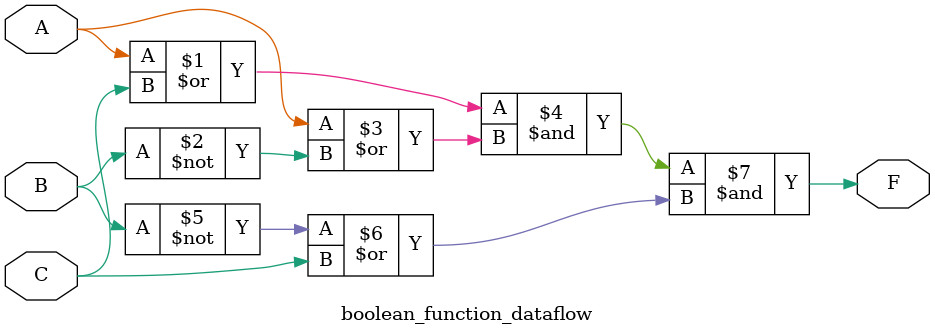
<source format=v>
module boolean_function_dataflow (
    input  A,
    input  B,
    input  C,
    output F
);

    assign F = (A | C) & (A | ~B) & (~B | C);

endmodule

</source>
